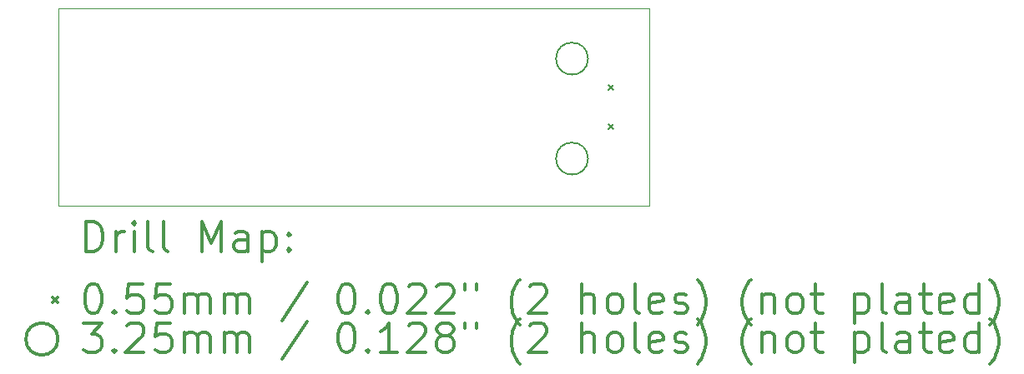
<source format=gbr>
%FSLAX45Y45*%
G04 Gerber Fmt 4.5, Leading zero omitted, Abs format (unit mm)*
G04 Created by KiCad (PCBNEW (5.1.9-0-10_14)) date 2021-04-30 15:24:49*
%MOMM*%
%LPD*%
G01*
G04 APERTURE LIST*
%TA.AperFunction,Profile*%
%ADD10C,0.050000*%
%TD*%
%ADD11C,0.200000*%
%ADD12C,0.300000*%
G04 APERTURE END LIST*
D10*
X6000000Y2000000D02*
X6000000Y0D01*
X0Y2000000D02*
X6000000Y2000000D01*
X0Y0D02*
X0Y2000000D01*
X0Y0D02*
X6000000Y0D01*
D11*
X5580450Y1227500D02*
X5635450Y1172500D01*
X5635450Y1227500D02*
X5580450Y1172500D01*
X5580450Y827500D02*
X5635450Y772500D01*
X5635450Y827500D02*
X5580450Y772500D01*
X5375850Y1491750D02*
G75*
G03*
X5375850Y1491750I-162500J0D01*
G01*
X5375850Y475750D02*
G75*
G03*
X5375850Y475750I-162500J0D01*
G01*
D12*
X283928Y-468214D02*
X283928Y-168214D01*
X355357Y-168214D01*
X398214Y-182500D01*
X426786Y-211071D01*
X441071Y-239643D01*
X455357Y-296786D01*
X455357Y-339643D01*
X441071Y-396786D01*
X426786Y-425357D01*
X398214Y-453929D01*
X355357Y-468214D01*
X283928Y-468214D01*
X583928Y-468214D02*
X583928Y-268214D01*
X583928Y-325357D02*
X598214Y-296786D01*
X612500Y-282500D01*
X641071Y-268214D01*
X669643Y-268214D01*
X769643Y-468214D02*
X769643Y-268214D01*
X769643Y-168214D02*
X755357Y-182500D01*
X769643Y-196786D01*
X783928Y-182500D01*
X769643Y-168214D01*
X769643Y-196786D01*
X955357Y-468214D02*
X926786Y-453929D01*
X912500Y-425357D01*
X912500Y-168214D01*
X1112500Y-468214D02*
X1083928Y-453929D01*
X1069643Y-425357D01*
X1069643Y-168214D01*
X1455357Y-468214D02*
X1455357Y-168214D01*
X1555357Y-382500D01*
X1655357Y-168214D01*
X1655357Y-468214D01*
X1926786Y-468214D02*
X1926786Y-311072D01*
X1912500Y-282500D01*
X1883928Y-268214D01*
X1826786Y-268214D01*
X1798214Y-282500D01*
X1926786Y-453929D02*
X1898214Y-468214D01*
X1826786Y-468214D01*
X1798214Y-453929D01*
X1783928Y-425357D01*
X1783928Y-396786D01*
X1798214Y-368214D01*
X1826786Y-353929D01*
X1898214Y-353929D01*
X1926786Y-339643D01*
X2069643Y-268214D02*
X2069643Y-568214D01*
X2069643Y-282500D02*
X2098214Y-268214D01*
X2155357Y-268214D01*
X2183928Y-282500D01*
X2198214Y-296786D01*
X2212500Y-325357D01*
X2212500Y-411071D01*
X2198214Y-439643D01*
X2183928Y-453929D01*
X2155357Y-468214D01*
X2098214Y-468214D01*
X2069643Y-453929D01*
X2341071Y-439643D02*
X2355357Y-453929D01*
X2341071Y-468214D01*
X2326786Y-453929D01*
X2341071Y-439643D01*
X2341071Y-468214D01*
X2341071Y-282500D02*
X2355357Y-296786D01*
X2341071Y-311072D01*
X2326786Y-296786D01*
X2341071Y-282500D01*
X2341071Y-311072D01*
X-57500Y-935000D02*
X-2500Y-990000D01*
X-2500Y-935000D02*
X-57500Y-990000D01*
X341071Y-798214D02*
X369643Y-798214D01*
X398214Y-812500D01*
X412500Y-826786D01*
X426786Y-855357D01*
X441071Y-912500D01*
X441071Y-983929D01*
X426786Y-1041071D01*
X412500Y-1069643D01*
X398214Y-1083929D01*
X369643Y-1098214D01*
X341071Y-1098214D01*
X312500Y-1083929D01*
X298214Y-1069643D01*
X283928Y-1041071D01*
X269643Y-983929D01*
X269643Y-912500D01*
X283928Y-855357D01*
X298214Y-826786D01*
X312500Y-812500D01*
X341071Y-798214D01*
X569643Y-1069643D02*
X583928Y-1083929D01*
X569643Y-1098214D01*
X555357Y-1083929D01*
X569643Y-1069643D01*
X569643Y-1098214D01*
X855357Y-798214D02*
X712500Y-798214D01*
X698214Y-941071D01*
X712500Y-926786D01*
X741071Y-912500D01*
X812500Y-912500D01*
X841071Y-926786D01*
X855357Y-941071D01*
X869643Y-969643D01*
X869643Y-1041071D01*
X855357Y-1069643D01*
X841071Y-1083929D01*
X812500Y-1098214D01*
X741071Y-1098214D01*
X712500Y-1083929D01*
X698214Y-1069643D01*
X1141071Y-798214D02*
X998214Y-798214D01*
X983928Y-941071D01*
X998214Y-926786D01*
X1026786Y-912500D01*
X1098214Y-912500D01*
X1126786Y-926786D01*
X1141071Y-941071D01*
X1155357Y-969643D01*
X1155357Y-1041071D01*
X1141071Y-1069643D01*
X1126786Y-1083929D01*
X1098214Y-1098214D01*
X1026786Y-1098214D01*
X998214Y-1083929D01*
X983928Y-1069643D01*
X1283928Y-1098214D02*
X1283928Y-898214D01*
X1283928Y-926786D02*
X1298214Y-912500D01*
X1326786Y-898214D01*
X1369643Y-898214D01*
X1398214Y-912500D01*
X1412500Y-941071D01*
X1412500Y-1098214D01*
X1412500Y-941071D02*
X1426786Y-912500D01*
X1455357Y-898214D01*
X1498214Y-898214D01*
X1526786Y-912500D01*
X1541071Y-941071D01*
X1541071Y-1098214D01*
X1683928Y-1098214D02*
X1683928Y-898214D01*
X1683928Y-926786D02*
X1698214Y-912500D01*
X1726786Y-898214D01*
X1769643Y-898214D01*
X1798214Y-912500D01*
X1812500Y-941071D01*
X1812500Y-1098214D01*
X1812500Y-941071D02*
X1826786Y-912500D01*
X1855357Y-898214D01*
X1898214Y-898214D01*
X1926786Y-912500D01*
X1941071Y-941071D01*
X1941071Y-1098214D01*
X2526786Y-783929D02*
X2269643Y-1169643D01*
X2912500Y-798214D02*
X2941071Y-798214D01*
X2969643Y-812500D01*
X2983928Y-826786D01*
X2998214Y-855357D01*
X3012500Y-912500D01*
X3012500Y-983929D01*
X2998214Y-1041071D01*
X2983928Y-1069643D01*
X2969643Y-1083929D01*
X2941071Y-1098214D01*
X2912500Y-1098214D01*
X2883928Y-1083929D01*
X2869643Y-1069643D01*
X2855357Y-1041071D01*
X2841071Y-983929D01*
X2841071Y-912500D01*
X2855357Y-855357D01*
X2869643Y-826786D01*
X2883928Y-812500D01*
X2912500Y-798214D01*
X3141071Y-1069643D02*
X3155357Y-1083929D01*
X3141071Y-1098214D01*
X3126786Y-1083929D01*
X3141071Y-1069643D01*
X3141071Y-1098214D01*
X3341071Y-798214D02*
X3369643Y-798214D01*
X3398214Y-812500D01*
X3412500Y-826786D01*
X3426786Y-855357D01*
X3441071Y-912500D01*
X3441071Y-983929D01*
X3426786Y-1041071D01*
X3412500Y-1069643D01*
X3398214Y-1083929D01*
X3369643Y-1098214D01*
X3341071Y-1098214D01*
X3312500Y-1083929D01*
X3298214Y-1069643D01*
X3283928Y-1041071D01*
X3269643Y-983929D01*
X3269643Y-912500D01*
X3283928Y-855357D01*
X3298214Y-826786D01*
X3312500Y-812500D01*
X3341071Y-798214D01*
X3555357Y-826786D02*
X3569643Y-812500D01*
X3598214Y-798214D01*
X3669643Y-798214D01*
X3698214Y-812500D01*
X3712500Y-826786D01*
X3726786Y-855357D01*
X3726786Y-883929D01*
X3712500Y-926786D01*
X3541071Y-1098214D01*
X3726786Y-1098214D01*
X3841071Y-826786D02*
X3855357Y-812500D01*
X3883928Y-798214D01*
X3955357Y-798214D01*
X3983928Y-812500D01*
X3998214Y-826786D01*
X4012500Y-855357D01*
X4012500Y-883929D01*
X3998214Y-926786D01*
X3826786Y-1098214D01*
X4012500Y-1098214D01*
X4126786Y-798214D02*
X4126786Y-855357D01*
X4241071Y-798214D02*
X4241071Y-855357D01*
X4683928Y-1212500D02*
X4669643Y-1198214D01*
X4641071Y-1155357D01*
X4626786Y-1126786D01*
X4612500Y-1083929D01*
X4598214Y-1012500D01*
X4598214Y-955357D01*
X4612500Y-883929D01*
X4626786Y-841071D01*
X4641071Y-812500D01*
X4669643Y-769643D01*
X4683928Y-755357D01*
X4783928Y-826786D02*
X4798214Y-812500D01*
X4826786Y-798214D01*
X4898214Y-798214D01*
X4926786Y-812500D01*
X4941071Y-826786D01*
X4955357Y-855357D01*
X4955357Y-883929D01*
X4941071Y-926786D01*
X4769643Y-1098214D01*
X4955357Y-1098214D01*
X5312500Y-1098214D02*
X5312500Y-798214D01*
X5441071Y-1098214D02*
X5441071Y-941071D01*
X5426786Y-912500D01*
X5398214Y-898214D01*
X5355357Y-898214D01*
X5326786Y-912500D01*
X5312500Y-926786D01*
X5626786Y-1098214D02*
X5598214Y-1083929D01*
X5583928Y-1069643D01*
X5569643Y-1041071D01*
X5569643Y-955357D01*
X5583928Y-926786D01*
X5598214Y-912500D01*
X5626786Y-898214D01*
X5669643Y-898214D01*
X5698214Y-912500D01*
X5712500Y-926786D01*
X5726786Y-955357D01*
X5726786Y-1041071D01*
X5712500Y-1069643D01*
X5698214Y-1083929D01*
X5669643Y-1098214D01*
X5626786Y-1098214D01*
X5898214Y-1098214D02*
X5869643Y-1083929D01*
X5855357Y-1055357D01*
X5855357Y-798214D01*
X6126786Y-1083929D02*
X6098214Y-1098214D01*
X6041071Y-1098214D01*
X6012500Y-1083929D01*
X5998214Y-1055357D01*
X5998214Y-941071D01*
X6012500Y-912500D01*
X6041071Y-898214D01*
X6098214Y-898214D01*
X6126786Y-912500D01*
X6141071Y-941071D01*
X6141071Y-969643D01*
X5998214Y-998214D01*
X6255357Y-1083929D02*
X6283928Y-1098214D01*
X6341071Y-1098214D01*
X6369643Y-1083929D01*
X6383928Y-1055357D01*
X6383928Y-1041071D01*
X6369643Y-1012500D01*
X6341071Y-998214D01*
X6298214Y-998214D01*
X6269643Y-983929D01*
X6255357Y-955357D01*
X6255357Y-941071D01*
X6269643Y-912500D01*
X6298214Y-898214D01*
X6341071Y-898214D01*
X6369643Y-912500D01*
X6483928Y-1212500D02*
X6498214Y-1198214D01*
X6526786Y-1155357D01*
X6541071Y-1126786D01*
X6555357Y-1083929D01*
X6569643Y-1012500D01*
X6569643Y-955357D01*
X6555357Y-883929D01*
X6541071Y-841071D01*
X6526786Y-812500D01*
X6498214Y-769643D01*
X6483928Y-755357D01*
X7026786Y-1212500D02*
X7012500Y-1198214D01*
X6983928Y-1155357D01*
X6969643Y-1126786D01*
X6955357Y-1083929D01*
X6941071Y-1012500D01*
X6941071Y-955357D01*
X6955357Y-883929D01*
X6969643Y-841071D01*
X6983928Y-812500D01*
X7012500Y-769643D01*
X7026786Y-755357D01*
X7141071Y-898214D02*
X7141071Y-1098214D01*
X7141071Y-926786D02*
X7155357Y-912500D01*
X7183928Y-898214D01*
X7226786Y-898214D01*
X7255357Y-912500D01*
X7269643Y-941071D01*
X7269643Y-1098214D01*
X7455357Y-1098214D02*
X7426786Y-1083929D01*
X7412500Y-1069643D01*
X7398214Y-1041071D01*
X7398214Y-955357D01*
X7412500Y-926786D01*
X7426786Y-912500D01*
X7455357Y-898214D01*
X7498214Y-898214D01*
X7526786Y-912500D01*
X7541071Y-926786D01*
X7555357Y-955357D01*
X7555357Y-1041071D01*
X7541071Y-1069643D01*
X7526786Y-1083929D01*
X7498214Y-1098214D01*
X7455357Y-1098214D01*
X7641071Y-898214D02*
X7755357Y-898214D01*
X7683928Y-798214D02*
X7683928Y-1055357D01*
X7698214Y-1083929D01*
X7726786Y-1098214D01*
X7755357Y-1098214D01*
X8083928Y-898214D02*
X8083928Y-1198214D01*
X8083928Y-912500D02*
X8112500Y-898214D01*
X8169643Y-898214D01*
X8198214Y-912500D01*
X8212500Y-926786D01*
X8226786Y-955357D01*
X8226786Y-1041071D01*
X8212500Y-1069643D01*
X8198214Y-1083929D01*
X8169643Y-1098214D01*
X8112500Y-1098214D01*
X8083928Y-1083929D01*
X8398214Y-1098214D02*
X8369643Y-1083929D01*
X8355357Y-1055357D01*
X8355357Y-798214D01*
X8641071Y-1098214D02*
X8641071Y-941071D01*
X8626786Y-912500D01*
X8598214Y-898214D01*
X8541071Y-898214D01*
X8512500Y-912500D01*
X8641071Y-1083929D02*
X8612500Y-1098214D01*
X8541071Y-1098214D01*
X8512500Y-1083929D01*
X8498214Y-1055357D01*
X8498214Y-1026786D01*
X8512500Y-998214D01*
X8541071Y-983929D01*
X8612500Y-983929D01*
X8641071Y-969643D01*
X8741071Y-898214D02*
X8855357Y-898214D01*
X8783928Y-798214D02*
X8783928Y-1055357D01*
X8798214Y-1083929D01*
X8826786Y-1098214D01*
X8855357Y-1098214D01*
X9069643Y-1083929D02*
X9041071Y-1098214D01*
X8983928Y-1098214D01*
X8955357Y-1083929D01*
X8941071Y-1055357D01*
X8941071Y-941071D01*
X8955357Y-912500D01*
X8983928Y-898214D01*
X9041071Y-898214D01*
X9069643Y-912500D01*
X9083928Y-941071D01*
X9083928Y-969643D01*
X8941071Y-998214D01*
X9341071Y-1098214D02*
X9341071Y-798214D01*
X9341071Y-1083929D02*
X9312500Y-1098214D01*
X9255357Y-1098214D01*
X9226786Y-1083929D01*
X9212500Y-1069643D01*
X9198214Y-1041071D01*
X9198214Y-955357D01*
X9212500Y-926786D01*
X9226786Y-912500D01*
X9255357Y-898214D01*
X9312500Y-898214D01*
X9341071Y-912500D01*
X9455357Y-1212500D02*
X9469643Y-1198214D01*
X9498214Y-1155357D01*
X9512500Y-1126786D01*
X9526786Y-1083929D01*
X9541071Y-1012500D01*
X9541071Y-955357D01*
X9526786Y-883929D01*
X9512500Y-841071D01*
X9498214Y-812500D01*
X9469643Y-769643D01*
X9455357Y-755357D01*
X-2500Y-1358500D02*
G75*
G03*
X-2500Y-1358500I-162500J0D01*
G01*
X255357Y-1194214D02*
X441071Y-1194214D01*
X341071Y-1308500D01*
X383928Y-1308500D01*
X412500Y-1322786D01*
X426786Y-1337072D01*
X441071Y-1365643D01*
X441071Y-1437071D01*
X426786Y-1465643D01*
X412500Y-1479929D01*
X383928Y-1494214D01*
X298214Y-1494214D01*
X269643Y-1479929D01*
X255357Y-1465643D01*
X569643Y-1465643D02*
X583928Y-1479929D01*
X569643Y-1494214D01*
X555357Y-1479929D01*
X569643Y-1465643D01*
X569643Y-1494214D01*
X698214Y-1222786D02*
X712500Y-1208500D01*
X741071Y-1194214D01*
X812500Y-1194214D01*
X841071Y-1208500D01*
X855357Y-1222786D01*
X869643Y-1251357D01*
X869643Y-1279929D01*
X855357Y-1322786D01*
X683928Y-1494214D01*
X869643Y-1494214D01*
X1141071Y-1194214D02*
X998214Y-1194214D01*
X983928Y-1337072D01*
X998214Y-1322786D01*
X1026786Y-1308500D01*
X1098214Y-1308500D01*
X1126786Y-1322786D01*
X1141071Y-1337072D01*
X1155357Y-1365643D01*
X1155357Y-1437071D01*
X1141071Y-1465643D01*
X1126786Y-1479929D01*
X1098214Y-1494214D01*
X1026786Y-1494214D01*
X998214Y-1479929D01*
X983928Y-1465643D01*
X1283928Y-1494214D02*
X1283928Y-1294214D01*
X1283928Y-1322786D02*
X1298214Y-1308500D01*
X1326786Y-1294214D01*
X1369643Y-1294214D01*
X1398214Y-1308500D01*
X1412500Y-1337072D01*
X1412500Y-1494214D01*
X1412500Y-1337072D02*
X1426786Y-1308500D01*
X1455357Y-1294214D01*
X1498214Y-1294214D01*
X1526786Y-1308500D01*
X1541071Y-1337072D01*
X1541071Y-1494214D01*
X1683928Y-1494214D02*
X1683928Y-1294214D01*
X1683928Y-1322786D02*
X1698214Y-1308500D01*
X1726786Y-1294214D01*
X1769643Y-1294214D01*
X1798214Y-1308500D01*
X1812500Y-1337072D01*
X1812500Y-1494214D01*
X1812500Y-1337072D02*
X1826786Y-1308500D01*
X1855357Y-1294214D01*
X1898214Y-1294214D01*
X1926786Y-1308500D01*
X1941071Y-1337072D01*
X1941071Y-1494214D01*
X2526786Y-1179929D02*
X2269643Y-1565643D01*
X2912500Y-1194214D02*
X2941071Y-1194214D01*
X2969643Y-1208500D01*
X2983928Y-1222786D01*
X2998214Y-1251357D01*
X3012500Y-1308500D01*
X3012500Y-1379929D01*
X2998214Y-1437071D01*
X2983928Y-1465643D01*
X2969643Y-1479929D01*
X2941071Y-1494214D01*
X2912500Y-1494214D01*
X2883928Y-1479929D01*
X2869643Y-1465643D01*
X2855357Y-1437071D01*
X2841071Y-1379929D01*
X2841071Y-1308500D01*
X2855357Y-1251357D01*
X2869643Y-1222786D01*
X2883928Y-1208500D01*
X2912500Y-1194214D01*
X3141071Y-1465643D02*
X3155357Y-1479929D01*
X3141071Y-1494214D01*
X3126786Y-1479929D01*
X3141071Y-1465643D01*
X3141071Y-1494214D01*
X3441071Y-1494214D02*
X3269643Y-1494214D01*
X3355357Y-1494214D02*
X3355357Y-1194214D01*
X3326786Y-1237072D01*
X3298214Y-1265643D01*
X3269643Y-1279929D01*
X3555357Y-1222786D02*
X3569643Y-1208500D01*
X3598214Y-1194214D01*
X3669643Y-1194214D01*
X3698214Y-1208500D01*
X3712500Y-1222786D01*
X3726786Y-1251357D01*
X3726786Y-1279929D01*
X3712500Y-1322786D01*
X3541071Y-1494214D01*
X3726786Y-1494214D01*
X3898214Y-1322786D02*
X3869643Y-1308500D01*
X3855357Y-1294214D01*
X3841071Y-1265643D01*
X3841071Y-1251357D01*
X3855357Y-1222786D01*
X3869643Y-1208500D01*
X3898214Y-1194214D01*
X3955357Y-1194214D01*
X3983928Y-1208500D01*
X3998214Y-1222786D01*
X4012500Y-1251357D01*
X4012500Y-1265643D01*
X3998214Y-1294214D01*
X3983928Y-1308500D01*
X3955357Y-1322786D01*
X3898214Y-1322786D01*
X3869643Y-1337072D01*
X3855357Y-1351357D01*
X3841071Y-1379929D01*
X3841071Y-1437071D01*
X3855357Y-1465643D01*
X3869643Y-1479929D01*
X3898214Y-1494214D01*
X3955357Y-1494214D01*
X3983928Y-1479929D01*
X3998214Y-1465643D01*
X4012500Y-1437071D01*
X4012500Y-1379929D01*
X3998214Y-1351357D01*
X3983928Y-1337072D01*
X3955357Y-1322786D01*
X4126786Y-1194214D02*
X4126786Y-1251357D01*
X4241071Y-1194214D02*
X4241071Y-1251357D01*
X4683928Y-1608500D02*
X4669643Y-1594214D01*
X4641071Y-1551357D01*
X4626786Y-1522786D01*
X4612500Y-1479929D01*
X4598214Y-1408500D01*
X4598214Y-1351357D01*
X4612500Y-1279929D01*
X4626786Y-1237072D01*
X4641071Y-1208500D01*
X4669643Y-1165643D01*
X4683928Y-1151357D01*
X4783928Y-1222786D02*
X4798214Y-1208500D01*
X4826786Y-1194214D01*
X4898214Y-1194214D01*
X4926786Y-1208500D01*
X4941071Y-1222786D01*
X4955357Y-1251357D01*
X4955357Y-1279929D01*
X4941071Y-1322786D01*
X4769643Y-1494214D01*
X4955357Y-1494214D01*
X5312500Y-1494214D02*
X5312500Y-1194214D01*
X5441071Y-1494214D02*
X5441071Y-1337072D01*
X5426786Y-1308500D01*
X5398214Y-1294214D01*
X5355357Y-1294214D01*
X5326786Y-1308500D01*
X5312500Y-1322786D01*
X5626786Y-1494214D02*
X5598214Y-1479929D01*
X5583928Y-1465643D01*
X5569643Y-1437071D01*
X5569643Y-1351357D01*
X5583928Y-1322786D01*
X5598214Y-1308500D01*
X5626786Y-1294214D01*
X5669643Y-1294214D01*
X5698214Y-1308500D01*
X5712500Y-1322786D01*
X5726786Y-1351357D01*
X5726786Y-1437071D01*
X5712500Y-1465643D01*
X5698214Y-1479929D01*
X5669643Y-1494214D01*
X5626786Y-1494214D01*
X5898214Y-1494214D02*
X5869643Y-1479929D01*
X5855357Y-1451357D01*
X5855357Y-1194214D01*
X6126786Y-1479929D02*
X6098214Y-1494214D01*
X6041071Y-1494214D01*
X6012500Y-1479929D01*
X5998214Y-1451357D01*
X5998214Y-1337072D01*
X6012500Y-1308500D01*
X6041071Y-1294214D01*
X6098214Y-1294214D01*
X6126786Y-1308500D01*
X6141071Y-1337072D01*
X6141071Y-1365643D01*
X5998214Y-1394214D01*
X6255357Y-1479929D02*
X6283928Y-1494214D01*
X6341071Y-1494214D01*
X6369643Y-1479929D01*
X6383928Y-1451357D01*
X6383928Y-1437071D01*
X6369643Y-1408500D01*
X6341071Y-1394214D01*
X6298214Y-1394214D01*
X6269643Y-1379929D01*
X6255357Y-1351357D01*
X6255357Y-1337072D01*
X6269643Y-1308500D01*
X6298214Y-1294214D01*
X6341071Y-1294214D01*
X6369643Y-1308500D01*
X6483928Y-1608500D02*
X6498214Y-1594214D01*
X6526786Y-1551357D01*
X6541071Y-1522786D01*
X6555357Y-1479929D01*
X6569643Y-1408500D01*
X6569643Y-1351357D01*
X6555357Y-1279929D01*
X6541071Y-1237072D01*
X6526786Y-1208500D01*
X6498214Y-1165643D01*
X6483928Y-1151357D01*
X7026786Y-1608500D02*
X7012500Y-1594214D01*
X6983928Y-1551357D01*
X6969643Y-1522786D01*
X6955357Y-1479929D01*
X6941071Y-1408500D01*
X6941071Y-1351357D01*
X6955357Y-1279929D01*
X6969643Y-1237072D01*
X6983928Y-1208500D01*
X7012500Y-1165643D01*
X7026786Y-1151357D01*
X7141071Y-1294214D02*
X7141071Y-1494214D01*
X7141071Y-1322786D02*
X7155357Y-1308500D01*
X7183928Y-1294214D01*
X7226786Y-1294214D01*
X7255357Y-1308500D01*
X7269643Y-1337072D01*
X7269643Y-1494214D01*
X7455357Y-1494214D02*
X7426786Y-1479929D01*
X7412500Y-1465643D01*
X7398214Y-1437071D01*
X7398214Y-1351357D01*
X7412500Y-1322786D01*
X7426786Y-1308500D01*
X7455357Y-1294214D01*
X7498214Y-1294214D01*
X7526786Y-1308500D01*
X7541071Y-1322786D01*
X7555357Y-1351357D01*
X7555357Y-1437071D01*
X7541071Y-1465643D01*
X7526786Y-1479929D01*
X7498214Y-1494214D01*
X7455357Y-1494214D01*
X7641071Y-1294214D02*
X7755357Y-1294214D01*
X7683928Y-1194214D02*
X7683928Y-1451357D01*
X7698214Y-1479929D01*
X7726786Y-1494214D01*
X7755357Y-1494214D01*
X8083928Y-1294214D02*
X8083928Y-1594214D01*
X8083928Y-1308500D02*
X8112500Y-1294214D01*
X8169643Y-1294214D01*
X8198214Y-1308500D01*
X8212500Y-1322786D01*
X8226786Y-1351357D01*
X8226786Y-1437071D01*
X8212500Y-1465643D01*
X8198214Y-1479929D01*
X8169643Y-1494214D01*
X8112500Y-1494214D01*
X8083928Y-1479929D01*
X8398214Y-1494214D02*
X8369643Y-1479929D01*
X8355357Y-1451357D01*
X8355357Y-1194214D01*
X8641071Y-1494214D02*
X8641071Y-1337072D01*
X8626786Y-1308500D01*
X8598214Y-1294214D01*
X8541071Y-1294214D01*
X8512500Y-1308500D01*
X8641071Y-1479929D02*
X8612500Y-1494214D01*
X8541071Y-1494214D01*
X8512500Y-1479929D01*
X8498214Y-1451357D01*
X8498214Y-1422786D01*
X8512500Y-1394214D01*
X8541071Y-1379929D01*
X8612500Y-1379929D01*
X8641071Y-1365643D01*
X8741071Y-1294214D02*
X8855357Y-1294214D01*
X8783928Y-1194214D02*
X8783928Y-1451357D01*
X8798214Y-1479929D01*
X8826786Y-1494214D01*
X8855357Y-1494214D01*
X9069643Y-1479929D02*
X9041071Y-1494214D01*
X8983928Y-1494214D01*
X8955357Y-1479929D01*
X8941071Y-1451357D01*
X8941071Y-1337072D01*
X8955357Y-1308500D01*
X8983928Y-1294214D01*
X9041071Y-1294214D01*
X9069643Y-1308500D01*
X9083928Y-1337072D01*
X9083928Y-1365643D01*
X8941071Y-1394214D01*
X9341071Y-1494214D02*
X9341071Y-1194214D01*
X9341071Y-1479929D02*
X9312500Y-1494214D01*
X9255357Y-1494214D01*
X9226786Y-1479929D01*
X9212500Y-1465643D01*
X9198214Y-1437071D01*
X9198214Y-1351357D01*
X9212500Y-1322786D01*
X9226786Y-1308500D01*
X9255357Y-1294214D01*
X9312500Y-1294214D01*
X9341071Y-1308500D01*
X9455357Y-1608500D02*
X9469643Y-1594214D01*
X9498214Y-1551357D01*
X9512500Y-1522786D01*
X9526786Y-1479929D01*
X9541071Y-1408500D01*
X9541071Y-1351357D01*
X9526786Y-1279929D01*
X9512500Y-1237072D01*
X9498214Y-1208500D01*
X9469643Y-1165643D01*
X9455357Y-1151357D01*
M02*

</source>
